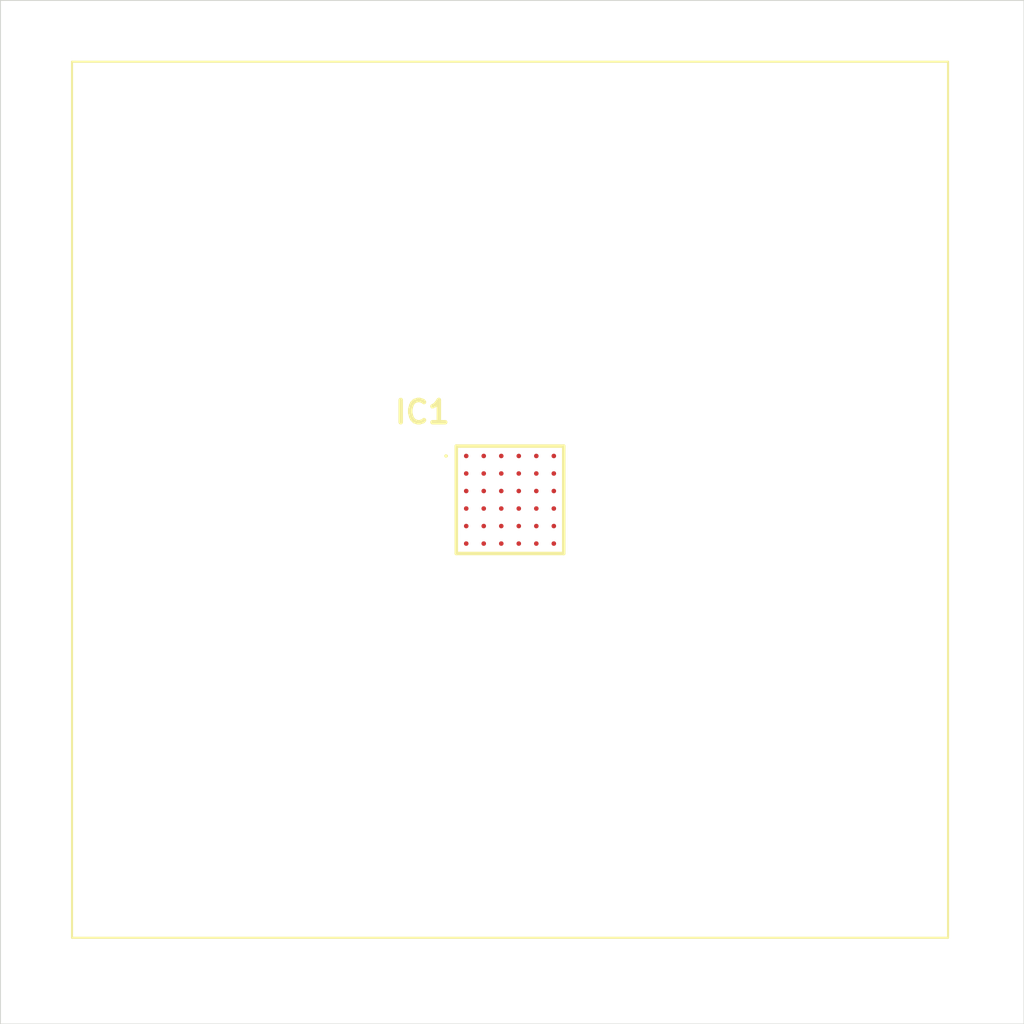
<source format=kicad_pcb>
(kicad_pcb (version 20211014) (generator pcbnew)
  (layers (0 "F.Cu" signal) (31 "B.Cu" signal) (34 "B.Paste" user) (35 "F.Paste" user) (36 "B.SilkS" user "B.Silkscreen") (37 "F.SilkS" user "F.Silkscreen") (38 "B.Mask" user) (39 "F.Mask" user) (44 "Edge.Cuts" user))
  (net 0 "")
  (footprint "SiPM:MICROFJ60035TSVTR1" (layer "F.Cu") (at 145.925 92)
    (fp_text reference "IC1" (at -5 -5) (layer "F.SilkS") (effects (font (size 1.27 1.27) (thickness 0.254))))
    (fp_text value "MICROFJ-60035-TSV-TR1" hide)
    (fp_line (start 3.065 -3.065) (end 3.065 3.065) (layer "F.SilkS") (width 0.2))
    (fp_line (start -25 25) (end -25 0) (layer "F.SilkS") (width 0.12))
    (fp_line (start -3.7 -2.5) (end -3.7 -2.5) (layer "F.SilkS") (width 0.1))
    (fp_line (start 25 25) (end -25 25) (layer "F.SilkS") (width 0.12))
    (fp_line (start -3.065 3.065) (end -3.065 -3.065) (layer "F.SilkS") (width 0.2))
    (fp_line (start -3.065 -3.065) (end 3.065 -3.065) (layer "F.SilkS") (width 0.2))
    (fp_line (start -3.6 -2.5) (end -3.6 -2.5) (layer "F.SilkS") (width 0.1))
    (fp_line (start 25 -25) (end 25 25) (layer "F.SilkS") (width 0.12))
    (fp_line (start 3.065 3.065) (end -3.065 3.065) (layer "F.SilkS") (width 0.2))
    (fp_line (start -25 -25) (end 25 -25) (layer "F.SilkS") (width 0.12))
    (fp_line (start -25 0) (end -25 -25) (layer "F.SilkS") (width 0.12))
    (fp_arc (start -3.7 -2.5) (mid -3.65 -2.55) (end -3.6 -2.5) (layer "F.SilkS") (width 0.1))
    (fp_arc (start -3.6 -2.5) (mid -3.65 -2.45) (end -3.7 -2.5) (layer "F.SilkS") (width 0.1))
    (pad "A1" smd circle (at -2.5 -2.5 90) (size 0.26 0.26) (layers "F.Cu" "F.Paste" "F.Mask"))
    (pad "A2" smd circle (at -1.5 -2.5 90) (size 0.26 0.26) (layers "F.Cu" "F.Paste" "F.Mask"))
    (pad "A3" smd circle (at -0.5 -2.5 90) (size 0.26 0.26) (layers "F.Cu" "F.Paste" "F.Mask"))
    (pad "A4" smd circle (at 0.5 -2.5 90) (size 0.26 0.26) (layers "F.Cu" "F.Paste" "F.Mask"))
    (pad "A5" smd circle (at 1.5 -2.5 90) (size 0.26 0.26) (layers "F.Cu" "F.Paste" "F.Mask"))
    (pad "A6" smd circle (at 2.5 -2.5 90) (size 0.26 0.26) (layers "F.Cu" "F.Paste" "F.Mask"))
    (pad "B1" smd circle (at -2.5 -1.5 90) (size 0.26 0.26) (layers "F.Cu" "F.Paste" "F.Mask"))
    (pad "B2" smd circle (at -1.5 -1.5 90) (size 0.26 0.26) (layers "F.Cu" "F.Paste" "F.Mask"))
    (pad "B3" smd circle (at -0.5 -1.5 90) (size 0.26 0.26) (layers "F.Cu" "F.Paste" "F.Mask"))
    (pad "B4" smd circle (at 0.5 -1.5 90) (size 0.26 0.26) (layers "F.Cu" "F.Paste" "F.Mask"))
    (pad "B5" smd circle (at 1.5 -1.5 90) (size 0.26 0.26) (layers "F.Cu" "F.Paste" "F.Mask"))
    (pad "B6" smd circle (at 2.5 -1.5 90) (size 0.26 0.26) (layers "F.Cu" "F.Paste" "F.Mask"))
    (pad "C1" smd circle (at -2.5 -0.5 90) (size 0.26 0.26) (layers "F.Cu" "F.Paste" "F.Mask"))
    (pad "C2" smd circle (at -1.5 -0.5 90) (size 0.26 0.26) (layers "F.Cu" "F.Paste" "F.Mask"))
    (pad "C3" smd circle (at -0.5 -0.5 90) (size 0.26 0.26) (layers "F.Cu" "F.Paste" "F.Mask"))
    (pad "C4" smd circle (at 0.5 -0.5 90) (size 0.26 0.26) (layers "F.Cu" "F.Paste" "F.Mask"))
    (pad "C5" smd circle (at 1.5 -0.5 90) (size 0.26 0.26) (layers "F.Cu" "F.Paste" "F.Mask"))
    (pad "C6" smd circle (at 2.5 -0.5 90) (size 0.26 0.26) (layers "F.Cu" "F.Paste" "F.Mask"))
    (pad "D1" smd circle (at -2.5 0.5 90) (size 0.26 0.26) (layers "F.Cu" "F.Paste" "F.Mask"))
    (pad "D2" smd circle (at -1.5 0.5 90) (size 0.26 0.26) (layers "F.Cu" "F.Paste" "F.Mask"))
    (pad "D3" smd circle (at -0.5 0.5 90) (size 0.26 0.26) (layers "F.Cu" "F.Paste" "F.Mask"))
    (pad "D4" smd circle (at 0.5 0.5 90) (size 0.26 0.26) (layers "F.Cu" "F.Paste" "F.Mask"))
    (pad "D5" smd circle (at 1.5 0.5 90) (size 0.26 0.26) (layers "F.Cu" "F.Paste" "F.Mask"))
    (pad "D6" smd circle (at 2.5 0.5 90) (size 0.26 0.26) (layers "F.Cu" "F.Paste" "F.Mask"))
    (pad "E1" smd circle (at -2.5 1.5 90) (size 0.26 0.26) (layers "F.Cu" "F.Paste" "F.Mask"))
    (pad "E2" smd circle (at -1.5 1.5 90) (size 0.26 0.26) (layers "F.Cu" "F.Paste" "F.Mask"))
    (pad "E3" smd circle (at -0.5 1.5 90) (size 0.26 0.26) (layers "F.Cu" "F.Paste" "F.Mask"))
    (pad "E4" smd circle (at 0.5 1.5 90) (size 0.26 0.26) (layers "F.Cu" "F.Paste" "F.Mask"))
    (pad "E5" smd circle (at 1.5 1.5 90) (size 0.26 0.26) (layers "F.Cu" "F.Paste" "F.Mask"))
    (pad "E6" smd circle (at 2.5 1.5 90) (size 0.26 0.26) (layers "F.Cu" "F.Paste" "F.Mask"))
    (pad "F1" smd circle (at -2.5 2.5 90) (size 0.26 0.26) (layers "F.Cu" "F.Paste" "F.Mask"))
    (pad "F2" smd circle (at -1.5 2.5 90) (size 0.26 0.26) (layers "F.Cu" "F.Paste" "F.Mask"))
    (pad "F3" smd circle (at -0.5 2.5 90) (size 0.26 0.26) (layers "F.Cu" "F.Paste" "F.Mask"))
    (pad "F4" smd circle (at 0.5 2.5 90) (size 0.26 0.26) (layers "F.Cu" "F.Paste" "F.Mask"))
    (pad "F5" smd circle (at 1.5 2.5 90) (size 0.26 0.26) (layers "F.Cu" "F.Paste" "F.Mask"))
    (pad "F6" smd circle (at 2.5 2.5 90) (size 0.26 0.26) (layers "F.Cu" "F.Paste" "F.Mask"))
  )
  (gr_line (start 175.26 121.92) (end 116.84 121.92) (layer "Edge.Cuts") (width 0.05))
  (gr_line (start 116.84 63.5) (end 175.26 63.5) (layer "Edge.Cuts") (width 0.05))
  (gr_line (start 116.84 121.92) (end 116.84 63.5) (layer "Edge.Cuts") (width 0.05))
  (gr_line (start 175.26 63.5) (end 175.26 121.92) (layer "Edge.Cuts") (width 0.05))
)
</source>
